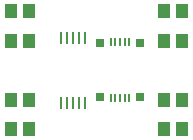
<source format=gbp>
G04 (created by PCBNEW (2013-04-21 BZR 4107)-testing) date Thursday, 06 June 2013 15:24:26*
%MOIN*%
G04 Gerber Fmt 3.4, Leading zero omitted, Abs format*
%FSLAX34Y34*%
G01*
G70*
G90*
G04 APERTURE LIST*
%ADD10C,0*%
%ADD11R,0.00826772X0.0417323*%
%ADD12R,0.00748031X0.0299213*%
%ADD13R,0.0314961X0.0314961*%
%ADD14R,0.04X0.05*%
G04 APERTURE END LIST*
G54D10*
G54D11*
X59251Y-30216D03*
X59448Y-30216D03*
X59055Y-30216D03*
X58858Y-30216D03*
X58661Y-30216D03*
X58661Y-32381D03*
X58858Y-32381D03*
X59055Y-32381D03*
X59251Y-32381D03*
X59448Y-32381D03*
G54D12*
X60787Y-30354D03*
X60944Y-30354D03*
X60629Y-30354D03*
X60472Y-30354D03*
X60314Y-30354D03*
X60314Y-32244D03*
X60472Y-32244D03*
X60629Y-32244D03*
X60787Y-32244D03*
X60944Y-32244D03*
G54D13*
X59960Y-30393D03*
X59960Y-32204D03*
X61299Y-30393D03*
X61299Y-32204D03*
G54D14*
X62101Y-30314D03*
X62701Y-30314D03*
X57583Y-33267D03*
X56983Y-33267D03*
X62101Y-32283D03*
X62701Y-32283D03*
X57583Y-30314D03*
X56983Y-30314D03*
X62101Y-29330D03*
X62701Y-29330D03*
X62101Y-33267D03*
X62701Y-33267D03*
X57583Y-29330D03*
X56983Y-29330D03*
X57583Y-32283D03*
X56983Y-32283D03*
M02*

</source>
